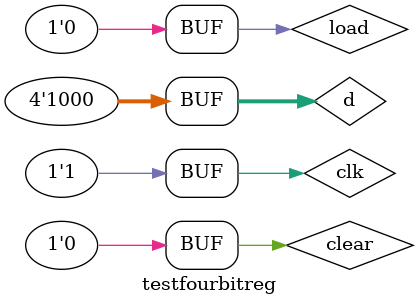
<source format=v>
`timescale 1ns / 1ps


module testfourbitreg;

	// Inputs
	reg [3:0] d;
	reg clk;
	reg load;
	reg clear;

	// Outputs
	wire [3:0] q;

	// Instantiate the Unit Under Test (UUT)
	fourbitregister uut (
		.d(d), 
		.clk(clk), 
		.load(load), 
		.clear(clear), 
		.q(q)
	);

	initial begin
		// Initialize Inputs
		d = 0;
		clk = 0;
		load = 0;
		clear = 0;

		// Wait 100 ns for global reset to finish
		#100;
    d = 1;
		clk = 1;
		load = 1;
		clear = 1;

		// Wait 100 ns for global reset to finish
		#100;
		d = 2;
		clk = 0;
		load = 1;
		clear = 0;

		// Wait 100 ns for global reset to finish
		#100;
		d = 3;
		clk = 1;
		load = 1;
		clear = 0;

		// Wait 100 ns for global reset to finish
		#100;
		d = 4;
		clk = 0;
		load = 0;
		clear = 0;

		// Wait 100 ns for global reset to finish
		#100;
		d = 8;
		clk = 1;
		load = 0;
		clear = 0;

		// Wait 100 ns for global reset to finish
		#100;
	end
      
endmodule


</source>
